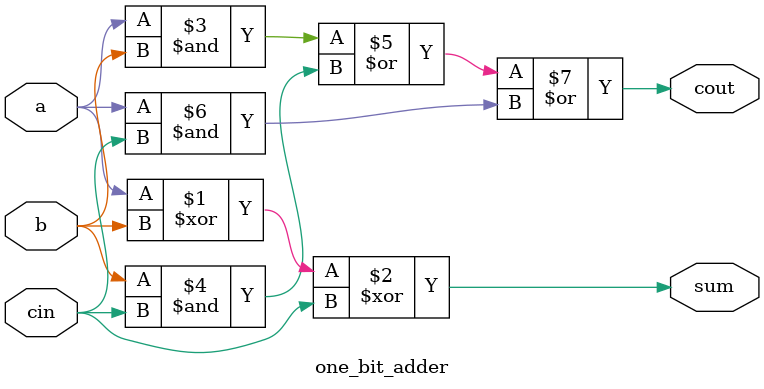
<source format=v>
`timescale 1ns / 1ps


module one_bit_adder(
    input a,
    input b,
    input cin,
    output sum,
    output cout
    );
    
    assign sum = a ^ b ^ cin; 
    assign cout = (a & b) | (b & cin) | (a & cin); 
    
endmodule

</source>
